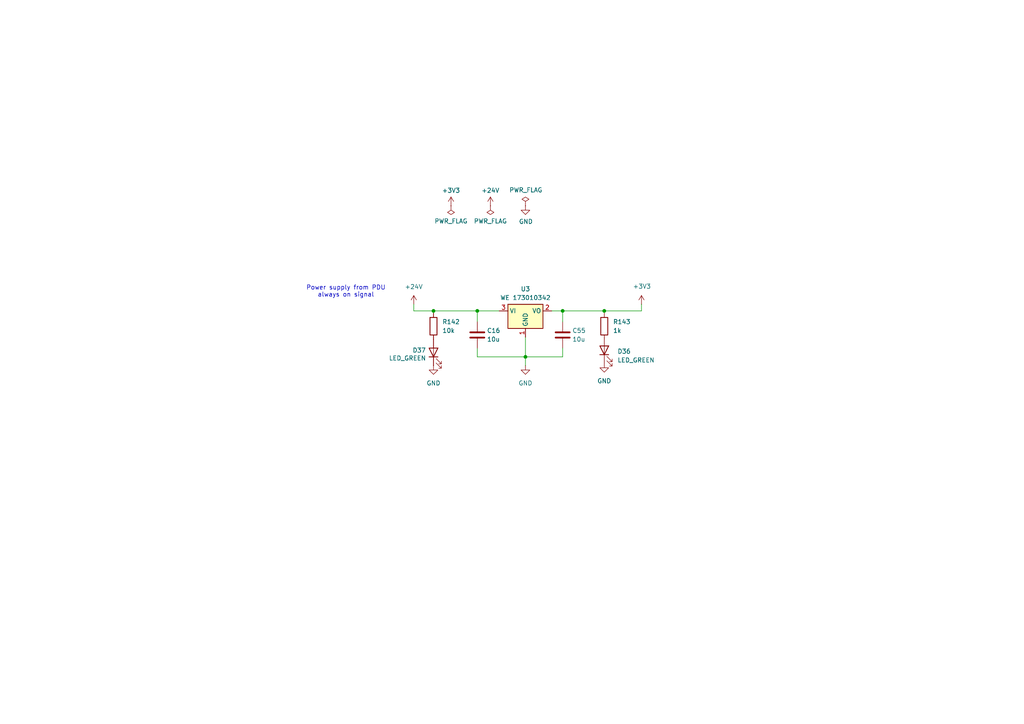
<source format=kicad_sch>
(kicad_sch
	(version 20231120)
	(generator "eeschema")
	(generator_version "8.0")
	(uuid "c4c38672-6b3c-4dab-8c31-54ece09b9735")
	(paper "A4")
	(lib_symbols
		(symbol "Device:C"
			(pin_numbers hide)
			(pin_names
				(offset 0.254)
			)
			(exclude_from_sim no)
			(in_bom yes)
			(on_board yes)
			(property "Reference" "C"
				(at 0.635 2.54 0)
				(effects
					(font
						(size 1.27 1.27)
					)
					(justify left)
				)
			)
			(property "Value" "C"
				(at 0.635 -2.54 0)
				(effects
					(font
						(size 1.27 1.27)
					)
					(justify left)
				)
			)
			(property "Footprint" ""
				(at 0.9652 -3.81 0)
				(effects
					(font
						(size 1.27 1.27)
					)
					(hide yes)
				)
			)
			(property "Datasheet" "~"
				(at 0 0 0)
				(effects
					(font
						(size 1.27 1.27)
					)
					(hide yes)
				)
			)
			(property "Description" "Unpolarized capacitor"
				(at 0 0 0)
				(effects
					(font
						(size 1.27 1.27)
					)
					(hide yes)
				)
			)
			(property "ki_keywords" "cap capacitor"
				(at 0 0 0)
				(effects
					(font
						(size 1.27 1.27)
					)
					(hide yes)
				)
			)
			(property "ki_fp_filters" "C_*"
				(at 0 0 0)
				(effects
					(font
						(size 1.27 1.27)
					)
					(hide yes)
				)
			)
			(symbol "C_0_1"
				(polyline
					(pts
						(xy -2.032 -0.762) (xy 2.032 -0.762)
					)
					(stroke
						(width 0.508)
						(type default)
					)
					(fill
						(type none)
					)
				)
				(polyline
					(pts
						(xy -2.032 0.762) (xy 2.032 0.762)
					)
					(stroke
						(width 0.508)
						(type default)
					)
					(fill
						(type none)
					)
				)
			)
			(symbol "C_1_1"
				(pin passive line
					(at 0 3.81 270)
					(length 2.794)
					(name "~"
						(effects
							(font
								(size 1.27 1.27)
							)
						)
					)
					(number "1"
						(effects
							(font
								(size 1.27 1.27)
							)
						)
					)
				)
				(pin passive line
					(at 0 -3.81 90)
					(length 2.794)
					(name "~"
						(effects
							(font
								(size 1.27 1.27)
							)
						)
					)
					(number "2"
						(effects
							(font
								(size 1.27 1.27)
							)
						)
					)
				)
			)
		)
		(symbol "Device:LED"
			(pin_numbers hide)
			(pin_names
				(offset 1.016) hide)
			(exclude_from_sim no)
			(in_bom yes)
			(on_board yes)
			(property "Reference" "D"
				(at 0 2.54 0)
				(effects
					(font
						(size 1.27 1.27)
					)
				)
			)
			(property "Value" "LED"
				(at 0 -2.54 0)
				(effects
					(font
						(size 1.27 1.27)
					)
				)
			)
			(property "Footprint" ""
				(at 0 0 0)
				(effects
					(font
						(size 1.27 1.27)
					)
					(hide yes)
				)
			)
			(property "Datasheet" "~"
				(at 0 0 0)
				(effects
					(font
						(size 1.27 1.27)
					)
					(hide yes)
				)
			)
			(property "Description" "Light emitting diode"
				(at 0 0 0)
				(effects
					(font
						(size 1.27 1.27)
					)
					(hide yes)
				)
			)
			(property "ki_keywords" "LED diode"
				(at 0 0 0)
				(effects
					(font
						(size 1.27 1.27)
					)
					(hide yes)
				)
			)
			(property "ki_fp_filters" "LED* LED_SMD:* LED_THT:*"
				(at 0 0 0)
				(effects
					(font
						(size 1.27 1.27)
					)
					(hide yes)
				)
			)
			(symbol "LED_0_1"
				(polyline
					(pts
						(xy -1.27 -1.27) (xy -1.27 1.27)
					)
					(stroke
						(width 0.254)
						(type default)
					)
					(fill
						(type none)
					)
				)
				(polyline
					(pts
						(xy -1.27 0) (xy 1.27 0)
					)
					(stroke
						(width 0)
						(type default)
					)
					(fill
						(type none)
					)
				)
				(polyline
					(pts
						(xy 1.27 -1.27) (xy 1.27 1.27) (xy -1.27 0) (xy 1.27 -1.27)
					)
					(stroke
						(width 0.254)
						(type default)
					)
					(fill
						(type none)
					)
				)
				(polyline
					(pts
						(xy -3.048 -0.762) (xy -4.572 -2.286) (xy -3.81 -2.286) (xy -4.572 -2.286) (xy -4.572 -1.524)
					)
					(stroke
						(width 0)
						(type default)
					)
					(fill
						(type none)
					)
				)
				(polyline
					(pts
						(xy -1.778 -0.762) (xy -3.302 -2.286) (xy -2.54 -2.286) (xy -3.302 -2.286) (xy -3.302 -1.524)
					)
					(stroke
						(width 0)
						(type default)
					)
					(fill
						(type none)
					)
				)
			)
			(symbol "LED_1_1"
				(pin passive line
					(at -3.81 0 0)
					(length 2.54)
					(name "K"
						(effects
							(font
								(size 1.27 1.27)
							)
						)
					)
					(number "1"
						(effects
							(font
								(size 1.27 1.27)
							)
						)
					)
				)
				(pin passive line
					(at 3.81 0 180)
					(length 2.54)
					(name "A"
						(effects
							(font
								(size 1.27 1.27)
							)
						)
					)
					(number "2"
						(effects
							(font
								(size 1.27 1.27)
							)
						)
					)
				)
			)
		)
		(symbol "Device:R"
			(pin_numbers hide)
			(pin_names
				(offset 0)
			)
			(exclude_from_sim no)
			(in_bom yes)
			(on_board yes)
			(property "Reference" "R"
				(at 2.032 0 90)
				(effects
					(font
						(size 1.27 1.27)
					)
				)
			)
			(property "Value" "R"
				(at 0 0 90)
				(effects
					(font
						(size 1.27 1.27)
					)
				)
			)
			(property "Footprint" ""
				(at -1.778 0 90)
				(effects
					(font
						(size 1.27 1.27)
					)
					(hide yes)
				)
			)
			(property "Datasheet" "~"
				(at 0 0 0)
				(effects
					(font
						(size 1.27 1.27)
					)
					(hide yes)
				)
			)
			(property "Description" "Resistor"
				(at 0 0 0)
				(effects
					(font
						(size 1.27 1.27)
					)
					(hide yes)
				)
			)
			(property "ki_keywords" "R res resistor"
				(at 0 0 0)
				(effects
					(font
						(size 1.27 1.27)
					)
					(hide yes)
				)
			)
			(property "ki_fp_filters" "R_*"
				(at 0 0 0)
				(effects
					(font
						(size 1.27 1.27)
					)
					(hide yes)
				)
			)
			(symbol "R_0_1"
				(rectangle
					(start -1.016 -2.54)
					(end 1.016 2.54)
					(stroke
						(width 0.254)
						(type default)
					)
					(fill
						(type none)
					)
				)
			)
			(symbol "R_1_1"
				(pin passive line
					(at 0 3.81 270)
					(length 1.27)
					(name "~"
						(effects
							(font
								(size 1.27 1.27)
							)
						)
					)
					(number "1"
						(effects
							(font
								(size 1.27 1.27)
							)
						)
					)
				)
				(pin passive line
					(at 0 -3.81 90)
					(length 1.27)
					(name "~"
						(effects
							(font
								(size 1.27 1.27)
							)
						)
					)
					(number "2"
						(effects
							(font
								(size 1.27 1.27)
							)
						)
					)
				)
			)
		)
		(symbol "Regulator_Linear:LD1117S33TR_SOT223"
			(exclude_from_sim no)
			(in_bom yes)
			(on_board yes)
			(property "Reference" "U"
				(at -3.81 3.175 0)
				(effects
					(font
						(size 1.27 1.27)
					)
				)
			)
			(property "Value" "LD1117S33TR_SOT223"
				(at 0 3.175 0)
				(effects
					(font
						(size 1.27 1.27)
					)
					(justify left)
				)
			)
			(property "Footprint" "Package_TO_SOT_SMD:SOT-223-3_TabPin2"
				(at 0 5.08 0)
				(effects
					(font
						(size 1.27 1.27)
					)
					(hide yes)
				)
			)
			(property "Datasheet" "http://www.st.com/st-web-ui/static/active/en/resource/technical/document/datasheet/CD00000544.pdf"
				(at 2.54 -6.35 0)
				(effects
					(font
						(size 1.27 1.27)
					)
					(hide yes)
				)
			)
			(property "Description" "800mA Fixed Low Drop Positive Voltage Regulator, Fixed Output 3.3V, SOT-223"
				(at 0 0 0)
				(effects
					(font
						(size 1.27 1.27)
					)
					(hide yes)
				)
			)
			(property "ki_keywords" "REGULATOR LDO 3.3V"
				(at 0 0 0)
				(effects
					(font
						(size 1.27 1.27)
					)
					(hide yes)
				)
			)
			(property "ki_fp_filters" "SOT?223*TabPin2*"
				(at 0 0 0)
				(effects
					(font
						(size 1.27 1.27)
					)
					(hide yes)
				)
			)
			(symbol "LD1117S33TR_SOT223_0_1"
				(rectangle
					(start -5.08 -5.08)
					(end 5.08 1.905)
					(stroke
						(width 0.254)
						(type default)
					)
					(fill
						(type background)
					)
				)
			)
			(symbol "LD1117S33TR_SOT223_1_1"
				(pin power_in line
					(at 0 -7.62 90)
					(length 2.54)
					(name "GND"
						(effects
							(font
								(size 1.27 1.27)
							)
						)
					)
					(number "1"
						(effects
							(font
								(size 1.27 1.27)
							)
						)
					)
				)
				(pin power_out line
					(at 7.62 0 180)
					(length 2.54)
					(name "VO"
						(effects
							(font
								(size 1.27 1.27)
							)
						)
					)
					(number "2"
						(effects
							(font
								(size 1.27 1.27)
							)
						)
					)
				)
				(pin power_in line
					(at -7.62 0 0)
					(length 2.54)
					(name "VI"
						(effects
							(font
								(size 1.27 1.27)
							)
						)
					)
					(number "3"
						(effects
							(font
								(size 1.27 1.27)
							)
						)
					)
				)
			)
		)
		(symbol "power:+12V"
			(power)
			(pin_numbers hide)
			(pin_names
				(offset 0) hide)
			(exclude_from_sim no)
			(in_bom yes)
			(on_board yes)
			(property "Reference" "#PWR"
				(at 0 -3.81 0)
				(effects
					(font
						(size 1.27 1.27)
					)
					(hide yes)
				)
			)
			(property "Value" "+12V"
				(at 0 3.556 0)
				(effects
					(font
						(size 1.27 1.27)
					)
				)
			)
			(property "Footprint" ""
				(at 0 0 0)
				(effects
					(font
						(size 1.27 1.27)
					)
					(hide yes)
				)
			)
			(property "Datasheet" ""
				(at 0 0 0)
				(effects
					(font
						(size 1.27 1.27)
					)
					(hide yes)
				)
			)
			(property "Description" "Power symbol creates a global label with name \"+12V\""
				(at 0 0 0)
				(effects
					(font
						(size 1.27 1.27)
					)
					(hide yes)
				)
			)
			(property "ki_keywords" "global power"
				(at 0 0 0)
				(effects
					(font
						(size 1.27 1.27)
					)
					(hide yes)
				)
			)
			(symbol "+12V_0_1"
				(polyline
					(pts
						(xy -0.762 1.27) (xy 0 2.54)
					)
					(stroke
						(width 0)
						(type default)
					)
					(fill
						(type none)
					)
				)
				(polyline
					(pts
						(xy 0 0) (xy 0 2.54)
					)
					(stroke
						(width 0)
						(type default)
					)
					(fill
						(type none)
					)
				)
				(polyline
					(pts
						(xy 0 2.54) (xy 0.762 1.27)
					)
					(stroke
						(width 0)
						(type default)
					)
					(fill
						(type none)
					)
				)
			)
			(symbol "+12V_1_1"
				(pin power_in line
					(at 0 0 90)
					(length 0)
					(name "~"
						(effects
							(font
								(size 1.27 1.27)
							)
						)
					)
					(number "1"
						(effects
							(font
								(size 1.27 1.27)
							)
						)
					)
				)
			)
		)
		(symbol "power:+24V"
			(power)
			(pin_numbers hide)
			(pin_names
				(offset 0) hide)
			(exclude_from_sim no)
			(in_bom yes)
			(on_board yes)
			(property "Reference" "#PWR"
				(at 0 -3.81 0)
				(effects
					(font
						(size 1.27 1.27)
					)
					(hide yes)
				)
			)
			(property "Value" "+24V"
				(at 0 3.556 0)
				(effects
					(font
						(size 1.27 1.27)
					)
				)
			)
			(property "Footprint" ""
				(at 0 0 0)
				(effects
					(font
						(size 1.27 1.27)
					)
					(hide yes)
				)
			)
			(property "Datasheet" ""
				(at 0 0 0)
				(effects
					(font
						(size 1.27 1.27)
					)
					(hide yes)
				)
			)
			(property "Description" "Power symbol creates a global label with name \"+24V\""
				(at 0 0 0)
				(effects
					(font
						(size 1.27 1.27)
					)
					(hide yes)
				)
			)
			(property "ki_keywords" "global power"
				(at 0 0 0)
				(effects
					(font
						(size 1.27 1.27)
					)
					(hide yes)
				)
			)
			(symbol "+24V_0_1"
				(polyline
					(pts
						(xy -0.762 1.27) (xy 0 2.54)
					)
					(stroke
						(width 0)
						(type default)
					)
					(fill
						(type none)
					)
				)
				(polyline
					(pts
						(xy 0 0) (xy 0 2.54)
					)
					(stroke
						(width 0)
						(type default)
					)
					(fill
						(type none)
					)
				)
				(polyline
					(pts
						(xy 0 2.54) (xy 0.762 1.27)
					)
					(stroke
						(width 0)
						(type default)
					)
					(fill
						(type none)
					)
				)
			)
			(symbol "+24V_1_1"
				(pin power_in line
					(at 0 0 90)
					(length 0)
					(name "~"
						(effects
							(font
								(size 1.27 1.27)
							)
						)
					)
					(number "1"
						(effects
							(font
								(size 1.27 1.27)
							)
						)
					)
				)
			)
		)
		(symbol "power:+3V3"
			(power)
			(pin_numbers hide)
			(pin_names
				(offset 0) hide)
			(exclude_from_sim no)
			(in_bom yes)
			(on_board yes)
			(property "Reference" "#PWR"
				(at 0 -3.81 0)
				(effects
					(font
						(size 1.27 1.27)
					)
					(hide yes)
				)
			)
			(property "Value" "+3V3"
				(at 0 3.556 0)
				(effects
					(font
						(size 1.27 1.27)
					)
				)
			)
			(property "Footprint" ""
				(at 0 0 0)
				(effects
					(font
						(size 1.27 1.27)
					)
					(hide yes)
				)
			)
			(property "Datasheet" ""
				(at 0 0 0)
				(effects
					(font
						(size 1.27 1.27)
					)
					(hide yes)
				)
			)
			(property "Description" "Power symbol creates a global label with name \"+3V3\""
				(at 0 0 0)
				(effects
					(font
						(size 1.27 1.27)
					)
					(hide yes)
				)
			)
			(property "ki_keywords" "global power"
				(at 0 0 0)
				(effects
					(font
						(size 1.27 1.27)
					)
					(hide yes)
				)
			)
			(symbol "+3V3_0_1"
				(polyline
					(pts
						(xy -0.762 1.27) (xy 0 2.54)
					)
					(stroke
						(width 0)
						(type default)
					)
					(fill
						(type none)
					)
				)
				(polyline
					(pts
						(xy 0 0) (xy 0 2.54)
					)
					(stroke
						(width 0)
						(type default)
					)
					(fill
						(type none)
					)
				)
				(polyline
					(pts
						(xy 0 2.54) (xy 0.762 1.27)
					)
					(stroke
						(width 0)
						(type default)
					)
					(fill
						(type none)
					)
				)
			)
			(symbol "+3V3_1_1"
				(pin power_in line
					(at 0 0 90)
					(length 0)
					(name "~"
						(effects
							(font
								(size 1.27 1.27)
							)
						)
					)
					(number "1"
						(effects
							(font
								(size 1.27 1.27)
							)
						)
					)
				)
			)
		)
		(symbol "power:GND"
			(power)
			(pin_numbers hide)
			(pin_names
				(offset 0) hide)
			(exclude_from_sim no)
			(in_bom yes)
			(on_board yes)
			(property "Reference" "#PWR"
				(at 0 -6.35 0)
				(effects
					(font
						(size 1.27 1.27)
					)
					(hide yes)
				)
			)
			(property "Value" "GND"
				(at 0 -3.81 0)
				(effects
					(font
						(size 1.27 1.27)
					)
				)
			)
			(property "Footprint" ""
				(at 0 0 0)
				(effects
					(font
						(size 1.27 1.27)
					)
					(hide yes)
				)
			)
			(property "Datasheet" ""
				(at 0 0 0)
				(effects
					(font
						(size 1.27 1.27)
					)
					(hide yes)
				)
			)
			(property "Description" "Power symbol creates a global label with name \"GND\" , ground"
				(at 0 0 0)
				(effects
					(font
						(size 1.27 1.27)
					)
					(hide yes)
				)
			)
			(property "ki_keywords" "global power"
				(at 0 0 0)
				(effects
					(font
						(size 1.27 1.27)
					)
					(hide yes)
				)
			)
			(symbol "GND_0_1"
				(polyline
					(pts
						(xy 0 0) (xy 0 -1.27) (xy 1.27 -1.27) (xy 0 -2.54) (xy -1.27 -1.27) (xy 0 -1.27)
					)
					(stroke
						(width 0)
						(type default)
					)
					(fill
						(type none)
					)
				)
			)
			(symbol "GND_1_1"
				(pin power_in line
					(at 0 0 270)
					(length 0)
					(name "~"
						(effects
							(font
								(size 1.27 1.27)
							)
						)
					)
					(number "1"
						(effects
							(font
								(size 1.27 1.27)
							)
						)
					)
				)
			)
		)
		(symbol "power:PWR_FLAG"
			(power)
			(pin_numbers hide)
			(pin_names
				(offset 0) hide)
			(exclude_from_sim no)
			(in_bom yes)
			(on_board yes)
			(property "Reference" "#FLG"
				(at 0 1.905 0)
				(effects
					(font
						(size 1.27 1.27)
					)
					(hide yes)
				)
			)
			(property "Value" "PWR_FLAG"
				(at 0 3.81 0)
				(effects
					(font
						(size 1.27 1.27)
					)
				)
			)
			(property "Footprint" ""
				(at 0 0 0)
				(effects
					(font
						(size 1.27 1.27)
					)
					(hide yes)
				)
			)
			(property "Datasheet" "~"
				(at 0 0 0)
				(effects
					(font
						(size 1.27 1.27)
					)
					(hide yes)
				)
			)
			(property "Description" "Special symbol for telling ERC where power comes from"
				(at 0 0 0)
				(effects
					(font
						(size 1.27 1.27)
					)
					(hide yes)
				)
			)
			(property "ki_keywords" "flag power"
				(at 0 0 0)
				(effects
					(font
						(size 1.27 1.27)
					)
					(hide yes)
				)
			)
			(symbol "PWR_FLAG_0_0"
				(pin power_out line
					(at 0 0 90)
					(length 0)
					(name "~"
						(effects
							(font
								(size 1.27 1.27)
							)
						)
					)
					(number "1"
						(effects
							(font
								(size 1.27 1.27)
							)
						)
					)
				)
			)
			(symbol "PWR_FLAG_0_1"
				(polyline
					(pts
						(xy 0 0) (xy 0 1.27) (xy -1.016 1.905) (xy 0 2.54) (xy 1.016 1.905) (xy 0 1.27)
					)
					(stroke
						(width 0)
						(type default)
					)
					(fill
						(type none)
					)
				)
			)
		)
	)
	(junction
		(at 152.4 103.505)
		(diameter 0)
		(color 0 0 0 0)
		(uuid "167e6b44-a701-49d9-b9b1-535b54020454")
	)
	(junction
		(at 125.73 90.17)
		(diameter 0)
		(color 0 0 0 0)
		(uuid "25254d2e-c1bf-479f-8491-568c79034290")
	)
	(junction
		(at 163.195 90.17)
		(diameter 0)
		(color 0 0 0 0)
		(uuid "36a28570-0739-4fbb-8c63-a8dc07b8f0e7")
	)
	(junction
		(at 175.26 90.17)
		(diameter 0)
		(color 0 0 0 0)
		(uuid "4057cf2d-5a72-498a-a1ac-af97c9deaf99")
	)
	(junction
		(at 138.43 90.17)
		(diameter 0)
		(color 0 0 0 0)
		(uuid "64ab6930-a325-4b30-8d60-efc0f79dec13")
	)
	(wire
		(pts
			(xy 120.015 88.265) (xy 120.015 90.17)
		)
		(stroke
			(width 0)
			(type default)
		)
		(uuid "0367e941-6121-4639-99a9-fc710642e4a5")
	)
	(wire
		(pts
			(xy 138.43 93.345) (xy 138.43 90.17)
		)
		(stroke
			(width 0)
			(type default)
		)
		(uuid "0b25a675-1e53-4073-b80b-f9fc4625a7ce")
	)
	(wire
		(pts
			(xy 138.43 90.17) (xy 144.78 90.17)
		)
		(stroke
			(width 0)
			(type default)
		)
		(uuid "16578279-b70b-4e68-95e3-baff4dc9d26b")
	)
	(wire
		(pts
			(xy 120.015 90.17) (xy 125.73 90.17)
		)
		(stroke
			(width 0)
			(type default)
		)
		(uuid "1c0ac02e-28c5-4c13-a4eb-161c20d96bd5")
	)
	(wire
		(pts
			(xy 152.4 97.79) (xy 152.4 103.505)
		)
		(stroke
			(width 0)
			(type default)
		)
		(uuid "2fc3c4ba-4b90-4758-ae2d-8ca3a8b39516")
	)
	(wire
		(pts
			(xy 186.055 88.265) (xy 186.055 90.17)
		)
		(stroke
			(width 0)
			(type default)
		)
		(uuid "323d820d-11f8-45e5-8cd8-b98ce3f3319e")
	)
	(wire
		(pts
			(xy 152.4 106.045) (xy 152.4 103.505)
		)
		(stroke
			(width 0)
			(type default)
		)
		(uuid "341eef2d-d77f-4f46-8336-277d5d4c0dab")
	)
	(wire
		(pts
			(xy 125.73 90.805) (xy 125.73 90.17)
		)
		(stroke
			(width 0)
			(type default)
		)
		(uuid "3a7f379a-38c2-4416-8bcc-d81e0d7889f8")
	)
	(wire
		(pts
			(xy 125.73 90.17) (xy 138.43 90.17)
		)
		(stroke
			(width 0)
			(type default)
		)
		(uuid "40b260a0-df87-4aa1-b65c-ee1629be028b")
	)
	(wire
		(pts
			(xy 152.4 103.505) (xy 163.195 103.505)
		)
		(stroke
			(width 0)
			(type default)
		)
		(uuid "6d2f07a0-a4d0-4f2a-9788-2ae9ec4f9090")
	)
	(wire
		(pts
			(xy 163.195 90.17) (xy 175.26 90.17)
		)
		(stroke
			(width 0)
			(type default)
		)
		(uuid "6fe911ef-8b04-4e0b-8a78-8e18e553d8f2")
	)
	(wire
		(pts
			(xy 163.195 100.965) (xy 163.195 103.505)
		)
		(stroke
			(width 0)
			(type default)
		)
		(uuid "95a0774f-8209-4e56-8251-adddd6f20530")
	)
	(wire
		(pts
			(xy 160.02 90.17) (xy 163.195 90.17)
		)
		(stroke
			(width 0)
			(type default)
		)
		(uuid "9e2049f8-5a39-409a-bec2-788249429787")
	)
	(wire
		(pts
			(xy 138.43 103.505) (xy 138.43 100.965)
		)
		(stroke
			(width 0)
			(type default)
		)
		(uuid "a773d059-2fea-4862-9c65-83b40cd59ce5")
	)
	(wire
		(pts
			(xy 175.26 98.425) (xy 175.26 97.79)
		)
		(stroke
			(width 0)
			(type default)
		)
		(uuid "bfd69b33-4081-4729-bc55-5b86a042f4bb")
	)
	(wire
		(pts
			(xy 175.26 90.17) (xy 186.055 90.17)
		)
		(stroke
			(width 0)
			(type default)
		)
		(uuid "c39c4a1b-0d3d-41cc-8c06-8df7796950df")
	)
	(wire
		(pts
			(xy 175.26 90.805) (xy 175.26 90.17)
		)
		(stroke
			(width 0)
			(type default)
		)
		(uuid "cf137c2f-4180-4f87-8845-10971dc57db6")
	)
	(wire
		(pts
			(xy 138.43 103.505) (xy 152.4 103.505)
		)
		(stroke
			(width 0)
			(type default)
		)
		(uuid "d6339de2-e6c6-4c4f-aeca-b5a05d3de107")
	)
	(wire
		(pts
			(xy 163.195 93.345) (xy 163.195 90.17)
		)
		(stroke
			(width 0)
			(type default)
		)
		(uuid "e964ae8c-ad0a-4f6a-894e-bcfb706a2b6e")
	)
	(text "Power supply from PDU\nalways on signal"
		(exclude_from_sim no)
		(at 100.33 84.582 0)
		(effects
			(font
				(size 1.27 1.27)
			)
		)
		(uuid "ef34c213-c27f-4d54-b077-65f8f8610779")
	)
	(symbol
		(lib_id "power:+12V")
		(at 142.24 59.69 0)
		(unit 1)
		(exclude_from_sim no)
		(in_bom yes)
		(on_board yes)
		(dnp no)
		(fields_autoplaced yes)
		(uuid "05fe2031-c35e-4760-81e5-c579623f0cc4")
		(property "Reference" "#PWR064"
			(at 142.24 63.5 0)
			(effects
				(font
					(size 1.27 1.27)
				)
				(hide yes)
			)
		)
		(property "Value" "+24V"
			(at 142.24 55.245 0)
			(effects
				(font
					(size 1.27 1.27)
				)
			)
		)
		(property "Footprint" ""
			(at 142.24 59.69 0)
			(effects
				(font
					(size 1.27 1.27)
				)
				(hide yes)
			)
		)
		(property "Datasheet" ""
			(at 142.24 59.69 0)
			(effects
				(font
					(size 1.27 1.27)
				)
				(hide yes)
			)
		)
		(property "Description" "Power symbol creates a global label with name \"+12V\""
			(at 142.24 59.69 0)
			(effects
				(font
					(size 1.27 1.27)
				)
				(hide yes)
			)
		)
		(pin "1"
			(uuid "21a03b05-e6ac-4b7e-96cd-ecdd18278857")
		)
		(instances
			(project "Master_FT25"
				(path "/e63e39d7-6ac0-4ffd-8aa3-1841a4541b55/22dc17c4-8352-43f2-bb65-d704323b2333"
					(reference "#PWR064")
					(unit 1)
				)
			)
		)
	)
	(symbol
		(lib_id "Device:C")
		(at 163.195 97.155 0)
		(unit 1)
		(exclude_from_sim no)
		(in_bom yes)
		(on_board yes)
		(dnp no)
		(uuid "099d63bd-3e46-4ee1-91a6-81b2d01bf7e8")
		(property "Reference" "C55"
			(at 165.989 95.885 0)
			(effects
				(font
					(size 1.27 1.27)
				)
				(justify left)
			)
		)
		(property "Value" "10u"
			(at 165.989 98.425 0)
			(effects
				(font
					(size 1.27 1.27)
				)
				(justify left)
			)
		)
		(property "Footprint" "Capacitor_SMD:C_1206_3216Metric"
			(at 164.1602 100.965 0)
			(effects
				(font
					(size 1.27 1.27)
				)
				(hide yes)
			)
		)
		(property "Datasheet" "~"
			(at 163.195 97.155 0)
			(effects
				(font
					(size 1.27 1.27)
				)
				(hide yes)
			)
		)
		(property "Description" "50V, X5R"
			(at 163.195 97.155 0)
			(effects
				(font
					(size 1.27 1.27)
				)
				(hide yes)
			)
		)
		(property "Sim.Device" ""
			(at 163.195 97.155 0)
			(effects
				(font
					(size 1.27 1.27)
				)
				(hide yes)
			)
		)
		(property "Sim.Pins" ""
			(at 163.195 97.155 0)
			(effects
				(font
					(size 1.27 1.27)
				)
				(hide yes)
			)
		)
		(property "Sim.Type" ""
			(at 163.195 97.155 0)
			(effects
				(font
					(size 1.27 1.27)
				)
				(hide yes)
			)
		)
		(pin "2"
			(uuid "9e9609b5-40fc-49de-9969-7f6a4895b7a7")
		)
		(pin "1"
			(uuid "abcd2950-e354-4358-a9b5-e228122818b8")
		)
		(instances
			(project "Master_FT25"
				(path "/e63e39d7-6ac0-4ffd-8aa3-1841a4541b55/22dc17c4-8352-43f2-bb65-d704323b2333"
					(reference "C55")
					(unit 1)
				)
			)
		)
	)
	(symbol
		(lib_id "power:+3V3")
		(at 130.81 59.69 0)
		(unit 1)
		(exclude_from_sim no)
		(in_bom yes)
		(on_board yes)
		(dnp no)
		(fields_autoplaced yes)
		(uuid "0d4a8596-0c97-42e2-9afd-3a071f41e606")
		(property "Reference" "#PWR0127"
			(at 130.81 63.5 0)
			(effects
				(font
					(size 1.27 1.27)
				)
				(hide yes)
			)
		)
		(property "Value" "+3V3"
			(at 130.81 55.245 0)
			(effects
				(font
					(size 1.27 1.27)
				)
			)
		)
		(property "Footprint" ""
			(at 130.81 59.69 0)
			(effects
				(font
					(size 1.27 1.27)
				)
				(hide yes)
			)
		)
		(property "Datasheet" ""
			(at 130.81 59.69 0)
			(effects
				(font
					(size 1.27 1.27)
				)
				(hide yes)
			)
		)
		(property "Description" "Power symbol creates a global label with name \"+3V3\""
			(at 130.81 59.69 0)
			(effects
				(font
					(size 1.27 1.27)
				)
				(hide yes)
			)
		)
		(pin "1"
			(uuid "968ae856-fe26-41b6-a171-13e5d1b5cf41")
		)
		(instances
			(project "Master_FT25"
				(path "/e63e39d7-6ac0-4ffd-8aa3-1841a4541b55/22dc17c4-8352-43f2-bb65-d704323b2333"
					(reference "#PWR0127")
					(unit 1)
				)
			)
		)
	)
	(symbol
		(lib_id "power:GND")
		(at 125.73 106.045 0)
		(unit 1)
		(exclude_from_sim no)
		(in_bom yes)
		(on_board yes)
		(dnp no)
		(fields_autoplaced yes)
		(uuid "2ed4f1aa-ab13-44a8-8d75-6e65ef039d8a")
		(property "Reference" "#PWR0133"
			(at 125.73 112.395 0)
			(effects
				(font
					(size 1.27 1.27)
				)
				(hide yes)
			)
		)
		(property "Value" "GND"
			(at 125.73 111.125 0)
			(effects
				(font
					(size 1.27 1.27)
				)
			)
		)
		(property "Footprint" ""
			(at 125.73 106.045 0)
			(effects
				(font
					(size 1.27 1.27)
				)
				(hide yes)
			)
		)
		(property "Datasheet" ""
			(at 125.73 106.045 0)
			(effects
				(font
					(size 1.27 1.27)
				)
				(hide yes)
			)
		)
		(property "Description" "Power symbol creates a global label with name \"GND\" , ground"
			(at 125.73 106.045 0)
			(effects
				(font
					(size 1.27 1.27)
				)
				(hide yes)
			)
		)
		(pin "1"
			(uuid "85293135-61de-463a-bfd3-09dae3fee287")
		)
		(instances
			(project "Master_FT25"
				(path "/e63e39d7-6ac0-4ffd-8aa3-1841a4541b55/22dc17c4-8352-43f2-bb65-d704323b2333"
					(reference "#PWR0133")
					(unit 1)
				)
			)
		)
	)
	(symbol
		(lib_id "power:+3V3")
		(at 186.055 88.265 0)
		(unit 1)
		(exclude_from_sim no)
		(in_bom yes)
		(on_board yes)
		(dnp no)
		(uuid "3ffe5611-8a90-45b9-af9b-f3890e18850d")
		(property "Reference" "#PWR028"
			(at 186.055 92.075 0)
			(effects
				(font
					(size 1.27 1.27)
				)
				(hide yes)
			)
		)
		(property "Value" "+3V3"
			(at 186.182 83.058 0)
			(effects
				(font
					(size 1.27 1.27)
				)
			)
		)
		(property "Footprint" ""
			(at 186.055 88.265 0)
			(effects
				(font
					(size 1.27 1.27)
				)
				(hide yes)
			)
		)
		(property "Datasheet" ""
			(at 186.055 88.265 0)
			(effects
				(font
					(size 1.27 1.27)
				)
				(hide yes)
			)
		)
		(property "Description" "Power symbol creates a global label with name \"+3V3\""
			(at 186.055 88.265 0)
			(effects
				(font
					(size 1.27 1.27)
				)
				(hide yes)
			)
		)
		(pin "1"
			(uuid "421ef6fe-611a-48a7-a753-488c2103358a")
		)
		(instances
			(project "Master_FT25"
				(path "/e63e39d7-6ac0-4ffd-8aa3-1841a4541b55/22dc17c4-8352-43f2-bb65-d704323b2333"
					(reference "#PWR028")
					(unit 1)
				)
			)
		)
	)
	(symbol
		(lib_id "Device:R")
		(at 175.26 94.615 0)
		(unit 1)
		(exclude_from_sim no)
		(in_bom yes)
		(on_board yes)
		(dnp no)
		(fields_autoplaced yes)
		(uuid "40312227-b495-4423-8dcf-d35ca558db64")
		(property "Reference" "R143"
			(at 177.8 93.3449 0)
			(effects
				(font
					(size 1.27 1.27)
				)
				(justify left)
			)
		)
		(property "Value" "1k"
			(at 177.8 95.8849 0)
			(effects
				(font
					(size 1.27 1.27)
				)
				(justify left)
			)
		)
		(property "Footprint" "Resistor_SMD:R_0603_1608Metric"
			(at 173.482 94.615 90)
			(effects
				(font
					(size 1.27 1.27)
				)
				(hide yes)
			)
		)
		(property "Datasheet" "~"
			(at 175.26 94.615 0)
			(effects
				(font
					(size 1.27 1.27)
				)
				(hide yes)
			)
		)
		(property "Description" "Resistor"
			(at 175.26 94.615 0)
			(effects
				(font
					(size 1.27 1.27)
				)
				(hide yes)
			)
		)
		(property "Sim.Device" ""
			(at 175.26 94.615 0)
			(effects
				(font
					(size 1.27 1.27)
				)
				(hide yes)
			)
		)
		(property "Sim.Pins" ""
			(at 175.26 94.615 0)
			(effects
				(font
					(size 1.27 1.27)
				)
				(hide yes)
			)
		)
		(property "Sim.Type" ""
			(at 175.26 94.615 0)
			(effects
				(font
					(size 1.27 1.27)
				)
				(hide yes)
			)
		)
		(pin "1"
			(uuid "0d7b6fee-3d14-437a-8754-88b6ffd7232b")
		)
		(pin "2"
			(uuid "a924cbb2-b692-4a00-9bdd-b5bd305620d0")
		)
		(instances
			(project "Master_FT25"
				(path "/e63e39d7-6ac0-4ffd-8aa3-1841a4541b55/22dc17c4-8352-43f2-bb65-d704323b2333"
					(reference "R143")
					(unit 1)
				)
			)
		)
	)
	(symbol
		(lib_id "power:PWR_FLAG")
		(at 130.81 59.69 180)
		(unit 1)
		(exclude_from_sim no)
		(in_bom yes)
		(on_board yes)
		(dnp no)
		(fields_autoplaced yes)
		(uuid "48421e3f-db65-420a-8e94-5d1584337c89")
		(property "Reference" "#FLG01"
			(at 130.81 61.595 0)
			(effects
				(font
					(size 1.27 1.27)
				)
				(hide yes)
			)
		)
		(property "Value" "PWR_FLAG"
			(at 130.81 64.135 0)
			(effects
				(font
					(size 1.27 1.27)
				)
			)
		)
		(property "Footprint" ""
			(at 130.81 59.69 0)
			(effects
				(font
					(size 1.27 1.27)
				)
				(hide yes)
			)
		)
		(property "Datasheet" "~"
			(at 130.81 59.69 0)
			(effects
				(font
					(size 1.27 1.27)
				)
				(hide yes)
			)
		)
		(property "Description" "Special symbol for telling ERC where power comes from"
			(at 130.81 59.69 0)
			(effects
				(font
					(size 1.27 1.27)
				)
				(hide yes)
			)
		)
		(pin "1"
			(uuid "70ecdce8-5e3a-4a49-85df-ca372495f5b2")
		)
		(instances
			(project "Master_FT25"
				(path "/e63e39d7-6ac0-4ffd-8aa3-1841a4541b55/22dc17c4-8352-43f2-bb65-d704323b2333"
					(reference "#FLG01")
					(unit 1)
				)
			)
		)
	)
	(symbol
		(lib_id "Device:C")
		(at 138.43 97.155 0)
		(unit 1)
		(exclude_from_sim no)
		(in_bom yes)
		(on_board yes)
		(dnp no)
		(uuid "4d0fcda6-afb8-4122-893d-5f49d7172272")
		(property "Reference" "C16"
			(at 141.224 95.885 0)
			(effects
				(font
					(size 1.27 1.27)
				)
				(justify left)
			)
		)
		(property "Value" "10u"
			(at 141.224 98.425 0)
			(effects
				(font
					(size 1.27 1.27)
				)
				(justify left)
			)
		)
		(property "Footprint" "Capacitor_SMD:C_1206_3216Metric"
			(at 139.3952 100.965 0)
			(effects
				(font
					(size 1.27 1.27)
				)
				(hide yes)
			)
		)
		(property "Datasheet" "~"
			(at 138.43 97.155 0)
			(effects
				(font
					(size 1.27 1.27)
				)
				(hide yes)
			)
		)
		(property "Description" "50V, X5R"
			(at 138.43 97.155 0)
			(effects
				(font
					(size 1.27 1.27)
				)
				(hide yes)
			)
		)
		(property "Sim.Device" ""
			(at 138.43 97.155 0)
			(effects
				(font
					(size 1.27 1.27)
				)
				(hide yes)
			)
		)
		(property "Sim.Pins" ""
			(at 138.43 97.155 0)
			(effects
				(font
					(size 1.27 1.27)
				)
				(hide yes)
			)
		)
		(property "Sim.Type" ""
			(at 138.43 97.155 0)
			(effects
				(font
					(size 1.27 1.27)
				)
				(hide yes)
			)
		)
		(pin "2"
			(uuid "21b51a57-8bc0-433b-9e86-54a7be6e36c4")
		)
		(pin "1"
			(uuid "f74a2ab5-8e90-46c2-ac1b-c7cc67c974af")
		)
		(instances
			(project "Master_FT25"
				(path "/e63e39d7-6ac0-4ffd-8aa3-1841a4541b55/22dc17c4-8352-43f2-bb65-d704323b2333"
					(reference "C16")
					(unit 1)
				)
			)
		)
	)
	(symbol
		(lib_id "power:GND")
		(at 175.26 105.41 0)
		(unit 1)
		(exclude_from_sim no)
		(in_bom yes)
		(on_board yes)
		(dnp no)
		(fields_autoplaced yes)
		(uuid "58fbfd2f-a307-4633-9e1c-2b85d468d817")
		(property "Reference" "#PWR0130"
			(at 175.26 111.76 0)
			(effects
				(font
					(size 1.27 1.27)
				)
				(hide yes)
			)
		)
		(property "Value" "GND"
			(at 175.26 110.49 0)
			(effects
				(font
					(size 1.27 1.27)
				)
			)
		)
		(property "Footprint" ""
			(at 175.26 105.41 0)
			(effects
				(font
					(size 1.27 1.27)
				)
				(hide yes)
			)
		)
		(property "Datasheet" ""
			(at 175.26 105.41 0)
			(effects
				(font
					(size 1.27 1.27)
				)
				(hide yes)
			)
		)
		(property "Description" "Power symbol creates a global label with name \"GND\" , ground"
			(at 175.26 105.41 0)
			(effects
				(font
					(size 1.27 1.27)
				)
				(hide yes)
			)
		)
		(pin "1"
			(uuid "cb8bf0ff-28b4-44eb-a2da-ca3a5ec1d77f")
		)
		(instances
			(project "Master_FT25"
				(path "/e63e39d7-6ac0-4ffd-8aa3-1841a4541b55/22dc17c4-8352-43f2-bb65-d704323b2333"
					(reference "#PWR0130")
					(unit 1)
				)
			)
		)
	)
	(symbol
		(lib_id "power:GND")
		(at 152.4 59.69 0)
		(unit 1)
		(exclude_from_sim no)
		(in_bom yes)
		(on_board yes)
		(dnp no)
		(uuid "5a2f6a9c-66f2-4e5a-a845-7ebf3146ebe3")
		(property "Reference" "#PWR065"
			(at 152.4 66.04 0)
			(effects
				(font
					(size 1.27 1.27)
				)
				(hide yes)
			)
		)
		(property "Value" "GND"
			(at 152.527 64.262 0)
			(effects
				(font
					(size 1.27 1.27)
				)
			)
		)
		(property "Footprint" ""
			(at 152.4 59.69 0)
			(effects
				(font
					(size 1.27 1.27)
				)
				(hide yes)
			)
		)
		(property "Datasheet" ""
			(at 152.4 59.69 0)
			(effects
				(font
					(size 1.27 1.27)
				)
				(hide yes)
			)
		)
		(property "Description" "Power symbol creates a global label with name \"GND\" , ground"
			(at 152.4 59.69 0)
			(effects
				(font
					(size 1.27 1.27)
				)
				(hide yes)
			)
		)
		(pin "1"
			(uuid "b3e8c892-ac66-4d9d-90ad-9c199dc143d6")
		)
		(instances
			(project "Master_FT25"
				(path "/e63e39d7-6ac0-4ffd-8aa3-1841a4541b55/22dc17c4-8352-43f2-bb65-d704323b2333"
					(reference "#PWR065")
					(unit 1)
				)
			)
		)
	)
	(symbol
		(lib_id "power:PWR_FLAG")
		(at 142.24 59.69 180)
		(unit 1)
		(exclude_from_sim no)
		(in_bom yes)
		(on_board yes)
		(dnp no)
		(fields_autoplaced yes)
		(uuid "5c5c7b4d-1a50-4542-81f9-e004033ce690")
		(property "Reference" "#FLG02"
			(at 142.24 61.595 0)
			(effects
				(font
					(size 1.27 1.27)
				)
				(hide yes)
			)
		)
		(property "Value" "PWR_FLAG"
			(at 142.24 64.135 0)
			(effects
				(font
					(size 1.27 1.27)
				)
			)
		)
		(property "Footprint" ""
			(at 142.24 59.69 0)
			(effects
				(font
					(size 1.27 1.27)
				)
				(hide yes)
			)
		)
		(property "Datasheet" "~"
			(at 142.24 59.69 0)
			(effects
				(font
					(size 1.27 1.27)
				)
				(hide yes)
			)
		)
		(property "Description" "Special symbol for telling ERC where power comes from"
			(at 142.24 59.69 0)
			(effects
				(font
					(size 1.27 1.27)
				)
				(hide yes)
			)
		)
		(pin "1"
			(uuid "a3610794-8dba-4c36-8061-4595eb97e459")
		)
		(instances
			(project "Master_FT25"
				(path "/e63e39d7-6ac0-4ffd-8aa3-1841a4541b55/22dc17c4-8352-43f2-bb65-d704323b2333"
					(reference "#FLG02")
					(unit 1)
				)
			)
		)
	)
	(symbol
		(lib_id "power:PWR_FLAG")
		(at 152.4 59.69 0)
		(unit 1)
		(exclude_from_sim no)
		(in_bom yes)
		(on_board yes)
		(dnp no)
		(uuid "64115506-e35f-48d1-8621-127845a8fc5f")
		(property "Reference" "#FLG04"
			(at 152.4 57.785 0)
			(effects
				(font
					(size 1.27 1.27)
				)
				(hide yes)
			)
		)
		(property "Value" "PWR_FLAG"
			(at 152.527 55.118 0)
			(effects
				(font
					(size 1.27 1.27)
				)
			)
		)
		(property "Footprint" ""
			(at 152.4 59.69 0)
			(effects
				(font
					(size 1.27 1.27)
				)
				(hide yes)
			)
		)
		(property "Datasheet" "~"
			(at 152.4 59.69 0)
			(effects
				(font
					(size 1.27 1.27)
				)
				(hide yes)
			)
		)
		(property "Description" "Special symbol for telling ERC where power comes from"
			(at 152.4 59.69 0)
			(effects
				(font
					(size 1.27 1.27)
				)
				(hide yes)
			)
		)
		(pin "1"
			(uuid "92c3e46c-5fc1-4478-8c55-22ad83052a6b")
		)
		(instances
			(project "Master_FT25"
				(path "/e63e39d7-6ac0-4ffd-8aa3-1841a4541b55/22dc17c4-8352-43f2-bb65-d704323b2333"
					(reference "#FLG04")
					(unit 1)
				)
			)
		)
	)
	(symbol
		(lib_id "Device:R")
		(at 125.73 94.615 0)
		(unit 1)
		(exclude_from_sim no)
		(in_bom yes)
		(on_board yes)
		(dnp no)
		(fields_autoplaced yes)
		(uuid "88c06a44-b915-4c45-9a4f-4deee37892bf")
		(property "Reference" "R142"
			(at 128.27 93.3449 0)
			(effects
				(font
					(size 1.27 1.27)
				)
				(justify left)
			)
		)
		(property "Value" "10k"
			(at 128.27 95.8849 0)
			(effects
				(font
					(size 1.27 1.27)
				)
				(justify left)
			)
		)
		(property "Footprint" "Resistor_SMD:R_0603_1608Metric"
			(at 123.952 94.615 90)
			(effects
				(font
					(size 1.27 1.27)
				)
				(hide yes)
			)
		)
		(property "Datasheet" "~"
			(at 125.73 94.615 0)
			(effects
				(font
					(size 1.27 1.27)
				)
				(hide yes)
			)
		)
		(property "Description" "Resistor"
			(at 125.73 94.615 0)
			(effects
				(font
					(size 1.27 1.27)
				)
				(hide yes)
			)
		)
		(property "Sim.Device" ""
			(at 125.73 94.615 0)
			(effects
				(font
					(size 1.27 1.27)
				)
				(hide yes)
			)
		)
		(property "Sim.Pins" ""
			(at 125.73 94.615 0)
			(effects
				(font
					(size 1.27 1.27)
				)
				(hide yes)
			)
		)
		(property "Sim.Type" ""
			(at 125.73 94.615 0)
			(effects
				(font
					(size 1.27 1.27)
				)
				(hide yes)
			)
		)
		(pin "1"
			(uuid "726bdd26-763b-44c3-bdf6-66512e465665")
		)
		(pin "2"
			(uuid "a1003031-b79a-4ab6-96ad-9af19c472ae0")
		)
		(instances
			(project "Master_FT25"
				(path "/e63e39d7-6ac0-4ffd-8aa3-1841a4541b55/22dc17c4-8352-43f2-bb65-d704323b2333"
					(reference "R142")
					(unit 1)
				)
			)
		)
	)
	(symbol
		(lib_id "power:GND")
		(at 152.4 106.045 0)
		(unit 1)
		(exclude_from_sim no)
		(in_bom yes)
		(on_board yes)
		(dnp no)
		(fields_autoplaced yes)
		(uuid "a7a8014d-6510-4b9a-8513-ce6565a40d9e")
		(property "Reference" "#PWR0112"
			(at 152.4 112.395 0)
			(effects
				(font
					(size 1.27 1.27)
				)
				(hide yes)
			)
		)
		(property "Value" "GND"
			(at 152.4 111.125 0)
			(effects
				(font
					(size 1.27 1.27)
				)
			)
		)
		(property "Footprint" ""
			(at 152.4 106.045 0)
			(effects
				(font
					(size 1.27 1.27)
				)
				(hide yes)
			)
		)
		(property "Datasheet" ""
			(at 152.4 106.045 0)
			(effects
				(font
					(size 1.27 1.27)
				)
				(hide yes)
			)
		)
		(property "Description" "Power symbol creates a global label with name \"GND\" , ground"
			(at 152.4 106.045 0)
			(effects
				(font
					(size 1.27 1.27)
				)
				(hide yes)
			)
		)
		(pin "1"
			(uuid "38cd4b41-ad98-4862-ad8f-06174aa4e1c7")
		)
		(instances
			(project "Master_FT25"
				(path "/e63e39d7-6ac0-4ffd-8aa3-1841a4541b55/22dc17c4-8352-43f2-bb65-d704323b2333"
					(reference "#PWR0112")
					(unit 1)
				)
			)
		)
	)
	(symbol
		(lib_id "power:+24V")
		(at 120.015 88.265 0)
		(unit 1)
		(exclude_from_sim no)
		(in_bom yes)
		(on_board yes)
		(dnp no)
		(fields_autoplaced yes)
		(uuid "ae30558e-b5ae-450d-a74a-72993fd0c82b")
		(property "Reference" "#PWR0109"
			(at 120.015 92.075 0)
			(effects
				(font
					(size 1.27 1.27)
				)
				(hide yes)
			)
		)
		(property "Value" "+24V"
			(at 120.015 83.185 0)
			(effects
				(font
					(size 1.27 1.27)
				)
			)
		)
		(property "Footprint" ""
			(at 120.015 88.265 0)
			(effects
				(font
					(size 1.27 1.27)
				)
				(hide yes)
			)
		)
		(property "Datasheet" ""
			(at 120.015 88.265 0)
			(effects
				(font
					(size 1.27 1.27)
				)
				(hide yes)
			)
		)
		(property "Description" "Power symbol creates a global label with name \"+24V\""
			(at 120.015 88.265 0)
			(effects
				(font
					(size 1.27 1.27)
				)
				(hide yes)
			)
		)
		(pin "1"
			(uuid "178f8f18-4314-43e6-926c-3bfb6e8d3f9e")
		)
		(instances
			(project "Master_FT25"
				(path "/e63e39d7-6ac0-4ffd-8aa3-1841a4541b55/22dc17c4-8352-43f2-bb65-d704323b2333"
					(reference "#PWR0109")
					(unit 1)
				)
			)
		)
	)
	(symbol
		(lib_id "Device:LED")
		(at 125.73 102.235 90)
		(unit 1)
		(exclude_from_sim no)
		(in_bom yes)
		(on_board yes)
		(dnp no)
		(uuid "bcb2de6a-f8bc-4fbc-a1cb-3625a541bc14")
		(property "Reference" "D37"
			(at 119.634 101.6 90)
			(effects
				(font
					(size 1.27 1.27)
				)
				(justify right)
			)
		)
		(property "Value" "LED_GREEN"
			(at 112.776 103.886 90)
			(effects
				(font
					(size 1.27 1.27)
				)
				(justify right)
			)
		)
		(property "Footprint" "LED_SMD:LED_0603_1608Metric"
			(at 125.73 102.235 0)
			(effects
				(font
					(size 1.27 1.27)
				)
				(hide yes)
			)
		)
		(property "Datasheet" "https://www.we-online.com/components/products/datasheet/150060VS75000.pdf"
			(at 125.73 102.235 0)
			(effects
				(font
					(size 1.27 1.27)
				)
				(hide yes)
			)
		)
		(property "Description" "Light emitting diode"
			(at 125.73 102.235 0)
			(effects
				(font
					(size 1.27 1.27)
				)
				(hide yes)
			)
		)
		(property "MPR" "150060VS75000"
			(at 125.73 102.235 90)
			(effects
				(font
					(size 1.27 1.27)
				)
				(hide yes)
			)
		)
		(property "Sim.Device" ""
			(at 125.73 102.235 0)
			(effects
				(font
					(size 1.27 1.27)
				)
				(hide yes)
			)
		)
		(property "Sim.Pins" ""
			(at 125.73 102.235 0)
			(effects
				(font
					(size 1.27 1.27)
				)
				(hide yes)
			)
		)
		(property "Sim.Type" ""
			(at 125.73 102.235 0)
			(effects
				(font
					(size 1.27 1.27)
				)
				(hide yes)
			)
		)
		(pin "1"
			(uuid "d574de66-7359-48c9-acbe-f7c132bca277")
		)
		(pin "2"
			(uuid "dfc3c24d-9c49-4bb8-b323-b29c8b55a274")
		)
		(instances
			(project "Master_FT25"
				(path "/e63e39d7-6ac0-4ffd-8aa3-1841a4541b55/22dc17c4-8352-43f2-bb65-d704323b2333"
					(reference "D37")
					(unit 1)
				)
			)
		)
	)
	(symbol
		(lib_id "Device:LED")
		(at 175.26 101.6 90)
		(unit 1)
		(exclude_from_sim no)
		(in_bom yes)
		(on_board yes)
		(dnp no)
		(fields_autoplaced yes)
		(uuid "c2f28c42-cbd4-45e3-a4fa-8e5adb188d82")
		(property "Reference" "D36"
			(at 179.07 101.9174 90)
			(effects
				(font
					(size 1.27 1.27)
				)
				(justify right)
			)
		)
		(property "Value" "LED_GREEN"
			(at 179.07 104.4574 90)
			(effects
				(font
					(size 1.27 1.27)
				)
				(justify right)
			)
		)
		(property "Footprint" "LED_SMD:LED_0603_1608Metric"
			(at 175.26 101.6 0)
			(effects
				(font
					(size 1.27 1.27)
				)
				(hide yes)
			)
		)
		(property "Datasheet" "https://www.we-online.com/components/products/datasheet/150060VS75000.pdf"
			(at 175.26 101.6 0)
			(effects
				(font
					(size 1.27 1.27)
				)
				(hide yes)
			)
		)
		(property "Description" "Light emitting diode"
			(at 175.26 101.6 0)
			(effects
				(font
					(size 1.27 1.27)
				)
				(hide yes)
			)
		)
		(property "MPR" "150060VS75000"
			(at 175.26 101.6 90)
			(effects
				(font
					(size 1.27 1.27)
				)
				(hide yes)
			)
		)
		(property "Sim.Device" ""
			(at 175.26 101.6 0)
			(effects
				(font
					(size 1.27 1.27)
				)
				(hide yes)
			)
		)
		(property "Sim.Pins" ""
			(at 175.26 101.6 0)
			(effects
				(font
					(size 1.27 1.27)
				)
				(hide yes)
			)
		)
		(property "Sim.Type" ""
			(at 175.26 101.6 0)
			(effects
				(font
					(size 1.27 1.27)
				)
				(hide yes)
			)
		)
		(pin "1"
			(uuid "ab49b1b9-83a9-48a3-8a01-58c7f59a11eb")
		)
		(pin "2"
			(uuid "be8c1c9e-f2a8-489f-be02-eca6c233e444")
		)
		(instances
			(project "Master_FT25"
				(path "/e63e39d7-6ac0-4ffd-8aa3-1841a4541b55/22dc17c4-8352-43f2-bb65-d704323b2333"
					(reference "D36")
					(unit 1)
				)
			)
		)
	)
	(symbol
		(lib_id "Regulator_Linear:LD1117S33TR_SOT223")
		(at 152.4 90.17 0)
		(unit 1)
		(exclude_from_sim no)
		(in_bom yes)
		(on_board yes)
		(dnp no)
		(fields_autoplaced yes)
		(uuid "ed50678b-b367-4f2b-992f-ce72b56251e9")
		(property "Reference" "U3"
			(at 152.4 83.82 0)
			(effects
				(font
					(size 1.27 1.27)
				)
			)
		)
		(property "Value" "WE 173010342"
			(at 152.4 86.36 0)
			(effects
				(font
					(size 1.27 1.27)
				)
			)
		)
		(property "Footprint" "173010342:173010342"
			(at 152.4 85.09 0)
			(effects
				(font
					(size 1.27 1.27)
				)
				(hide yes)
			)
		)
		(property "Datasheet" "https://www.we-online.com/components/products/datasheet/173010342.pdf"
			(at 154.94 96.52 0)
			(effects
				(font
					(size 1.27 1.27)
				)
				(hide yes)
			)
		)
		(property "Description" "1A Fixed Low Drop Positive Voltage Regulator, Fixed Output 3.3V, SOT-223"
			(at 152.4 90.17 0)
			(effects
				(font
					(size 1.27 1.27)
				)
				(hide yes)
			)
		)
		(property "Sim.Device" ""
			(at 152.4 90.17 0)
			(effects
				(font
					(size 1.27 1.27)
				)
				(hide yes)
			)
		)
		(property "Sim.Pins" ""
			(at 152.4 90.17 0)
			(effects
				(font
					(size 1.27 1.27)
				)
				(hide yes)
			)
		)
		(property "Sim.Type" ""
			(at 152.4 90.17 0)
			(effects
				(font
					(size 1.27 1.27)
				)
				(hide yes)
			)
		)
		(pin "1"
			(uuid "47278127-6c30-4a16-9cf1-a8b5482d6f25")
		)
		(pin "2"
			(uuid "d3087e07-6327-473d-beee-c51583fd32a5")
		)
		(pin "3"
			(uuid "a1ef0f76-0a4f-4f5b-a7c5-1b6e2085ac22")
		)
		(instances
			(project "Master_FT25"
				(path "/e63e39d7-6ac0-4ffd-8aa3-1841a4541b55/22dc17c4-8352-43f2-bb65-d704323b2333"
					(reference "U3")
					(unit 1)
				)
			)
		)
	)
)

</source>
